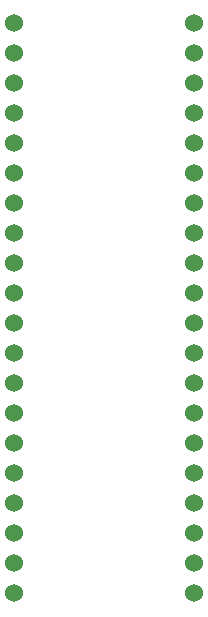
<source format=gtp>
G04 #@! TF.GenerationSoftware,KiCad,Pcbnew,8.0.7*
G04 #@! TF.CreationDate,2025-03-15T22:58:08-07:00*
G04 #@! TF.ProjectId,keyboard,6b657962-6f61-4726-942e-6b696361645f,rev?*
G04 #@! TF.SameCoordinates,Original*
G04 #@! TF.FileFunction,Paste,Top*
G04 #@! TF.FilePolarity,Positive*
%FSLAX46Y46*%
G04 Gerber Fmt 4.6, Leading zero omitted, Abs format (unit mm)*
G04 Created by KiCad (PCBNEW 8.0.7) date 2025-03-15 22:58:08*
%MOMM*%
%LPD*%
G01*
G04 APERTURE LIST*
%ADD10C,1.524000*%
G04 APERTURE END LIST*
D10*
X471170000Y-240665000D03*
X471170000Y-243205000D03*
X471170000Y-245745000D03*
X471170000Y-248285000D03*
X471170000Y-250825000D03*
X471170000Y-253365000D03*
X471170000Y-255905000D03*
X471170000Y-258445000D03*
X471170000Y-260985000D03*
X471170000Y-263525000D03*
X471170000Y-266065000D03*
X471170000Y-268605000D03*
X471170000Y-271145000D03*
X471170000Y-273685000D03*
X471170000Y-276225000D03*
X471170000Y-278765000D03*
X471170000Y-281305000D03*
X471170000Y-283845000D03*
X471170000Y-286385000D03*
X471170000Y-288925000D03*
X455930000Y-240665000D03*
X455930000Y-243205000D03*
X455930000Y-245745000D03*
X455930000Y-248285000D03*
X455930000Y-250825000D03*
X455930000Y-253365000D03*
X455930000Y-255905000D03*
X455930000Y-258445000D03*
X455930000Y-260985000D03*
X455930000Y-263525000D03*
X455930000Y-266065000D03*
X455930000Y-268605000D03*
X455930000Y-271145000D03*
X455930000Y-273685000D03*
X455930000Y-276225000D03*
X455930000Y-278765000D03*
X455930000Y-281305000D03*
X455930000Y-283845000D03*
X455930000Y-286385000D03*
X455930000Y-288925000D03*
M02*

</source>
